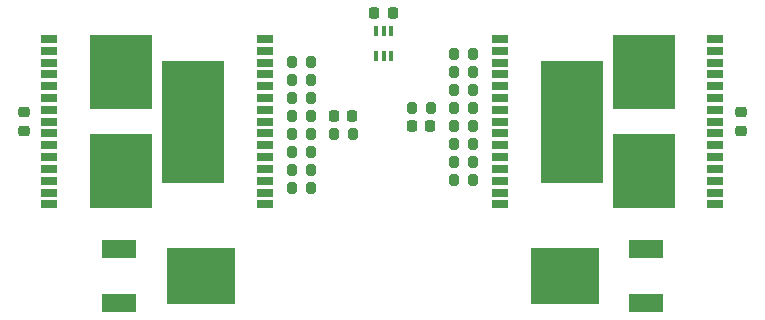
<source format=gtp>
%TF.GenerationSoftware,KiCad,Pcbnew,(6.0.0-0)*%
%TF.CreationDate,2022-03-22T21:28:23+08:00*%
%TF.ProjectId,driver,64726976-6572-42e6-9b69-6361645f7063,rev?*%
%TF.SameCoordinates,Original*%
%TF.FileFunction,Paste,Top*%
%TF.FilePolarity,Positive*%
%FSLAX46Y46*%
G04 Gerber Fmt 4.6, Leading zero omitted, Abs format (unit mm)*
G04 Created by KiCad (PCBNEW (6.0.0-0)) date 2022-03-22 21:28:23*
%MOMM*%
%LPD*%
G01*
G04 APERTURE LIST*
G04 Aperture macros list*
%AMRoundRect*
0 Rectangle with rounded corners*
0 $1 Rounding radius*
0 $2 $3 $4 $5 $6 $7 $8 $9 X,Y pos of 4 corners*
0 Add a 4 corners polygon primitive as box body*
4,1,4,$2,$3,$4,$5,$6,$7,$8,$9,$2,$3,0*
0 Add four circle primitives for the rounded corners*
1,1,$1+$1,$2,$3*
1,1,$1+$1,$4,$5*
1,1,$1+$1,$6,$7*
1,1,$1+$1,$8,$9*
0 Add four rect primitives between the rounded corners*
20,1,$1+$1,$2,$3,$4,$5,0*
20,1,$1+$1,$4,$5,$6,$7,0*
20,1,$1+$1,$6,$7,$8,$9,0*
20,1,$1+$1,$8,$9,$2,$3,0*%
G04 Aperture macros list end*
%ADD10RoundRect,0.200000X0.200000X0.275000X-0.200000X0.275000X-0.200000X-0.275000X0.200000X-0.275000X0*%
%ADD11RoundRect,0.200000X-0.200000X-0.275000X0.200000X-0.275000X0.200000X0.275000X-0.200000X0.275000X0*%
%ADD12RoundRect,0.225000X0.225000X0.250000X-0.225000X0.250000X-0.225000X-0.250000X0.225000X-0.250000X0*%
%ADD13R,1.350000X0.660000*%
%ADD14R,5.250000X10.300000*%
%ADD15R,5.250000X6.230000*%
%ADD16R,2.999740X1.597660*%
%ADD17R,5.715000X4.826000*%
%ADD18R,0.450000X0.850000*%
%ADD19RoundRect,0.225000X-0.250000X0.225000X-0.250000X-0.225000X0.250000X-0.225000X0.250000X0.225000X0*%
%ADD20RoundRect,0.225000X-0.225000X-0.250000X0.225000X-0.250000X0.225000X0.250000X-0.225000X0.250000X0*%
G04 APERTURE END LIST*
D10*
%TO.C,M2R6*%
X169250600Y-101867235D03*
X167600600Y-101867235D03*
%TD*%
D11*
%TO.C,M2R5*%
X167600600Y-100343235D03*
X169250600Y-100343235D03*
%TD*%
D12*
%TO.C,M2C8*%
X165621000Y-104915235D03*
X164071000Y-104915235D03*
%TD*%
D13*
%TO.C,M2U1*%
X171490600Y-97526400D03*
X171490600Y-98526400D03*
X171490600Y-99526400D03*
X171490600Y-100526400D03*
X171490600Y-101526400D03*
X171490600Y-102526400D03*
X171490600Y-103526400D03*
X171490600Y-104526400D03*
X171490600Y-105526400D03*
X171490600Y-106526400D03*
X171490600Y-107526400D03*
X171490600Y-108526400D03*
X171490600Y-109526400D03*
X171490600Y-110526400D03*
X171490600Y-111526400D03*
X189740600Y-111526400D03*
X189740600Y-110526400D03*
X189740600Y-109526400D03*
X189740600Y-108526400D03*
X189740600Y-107526400D03*
X189740600Y-106526400D03*
X189740600Y-105526400D03*
X189740600Y-104526400D03*
X189740600Y-103526400D03*
X189740600Y-102526400D03*
X189740600Y-101526400D03*
X189740600Y-100526400D03*
X189740600Y-99526400D03*
X189740600Y-98526400D03*
X189740600Y-97526400D03*
D14*
X177565600Y-104526400D03*
D15*
X183665600Y-108691400D03*
X183665600Y-100361400D03*
%TD*%
D11*
%TO.C,M2R81*%
X167600600Y-104915235D03*
X169250600Y-104915235D03*
%TD*%
%TO.C,M2R71*%
X167600600Y-103391235D03*
X169250600Y-103391235D03*
%TD*%
D10*
%TO.C,M1R71*%
X155520000Y-105550235D03*
X153870000Y-105550235D03*
%TD*%
%TO.C,M1R81*%
X155520000Y-104026235D03*
X153870000Y-104026235D03*
%TD*%
%TO.C,M1R4*%
X155520000Y-110122235D03*
X153870000Y-110122235D03*
%TD*%
D11*
%TO.C,M1R72*%
X157417000Y-105550235D03*
X159067000Y-105550235D03*
%TD*%
D10*
%TO.C,M2R72*%
X165671000Y-103391235D03*
X164021000Y-103391235D03*
%TD*%
D16*
%TO.C,M2Q1*%
X183880865Y-119875380D03*
X183880865Y-115318620D03*
D17*
X176984765Y-117597000D03*
%TD*%
D18*
%TO.C,U1*%
X161006000Y-98950000D03*
X161656000Y-98950000D03*
X162306000Y-98950000D03*
X162306000Y-96850000D03*
X161656000Y-96850000D03*
X161006000Y-96850000D03*
%TD*%
D13*
%TO.C,M1U1*%
X151596200Y-111526400D03*
X151596200Y-110526400D03*
X151596200Y-109526400D03*
X151596200Y-108526400D03*
X151596200Y-107526400D03*
X151596200Y-106526400D03*
X151596200Y-105526400D03*
X151596200Y-104526400D03*
X151596200Y-103526400D03*
X151596200Y-102526400D03*
X151596200Y-101526400D03*
X151596200Y-100526400D03*
X151596200Y-99526400D03*
X151596200Y-98526400D03*
X151596200Y-97526400D03*
X133346200Y-97526400D03*
X133346200Y-98526400D03*
X133346200Y-99526400D03*
X133346200Y-100526400D03*
X133346200Y-101526400D03*
X133346200Y-102526400D03*
X133346200Y-103526400D03*
X133346200Y-104526400D03*
X133346200Y-105526400D03*
X133346200Y-106526400D03*
X133346200Y-107526400D03*
X133346200Y-108526400D03*
X133346200Y-109526400D03*
X133346200Y-110526400D03*
X133346200Y-111526400D03*
D14*
X145521200Y-104526400D03*
D15*
X139421200Y-100361400D03*
X139421200Y-108691400D03*
%TD*%
D11*
%TO.C,M2R4*%
X167600600Y-98819235D03*
X169250600Y-98819235D03*
%TD*%
%TO.C,M1R6*%
X153870000Y-107074235D03*
X155520000Y-107074235D03*
%TD*%
D19*
%TO.C,M1C3*%
X131196418Y-103741000D03*
X131196418Y-105291000D03*
%TD*%
D12*
%TO.C,MUC1*%
X162431000Y-95360000D03*
X160881000Y-95360000D03*
%TD*%
D10*
%TO.C,M1R10*%
X155520000Y-99454235D03*
X153870000Y-99454235D03*
%TD*%
%TO.C,M1R9*%
X155520000Y-100978235D03*
X153870000Y-100978235D03*
%TD*%
%TO.C,M1R5*%
X155520000Y-108598235D03*
X153870000Y-108598235D03*
%TD*%
D16*
%TO.C,M1Q1*%
X139261553Y-115318620D03*
X139261553Y-119875380D03*
D17*
X146157653Y-117597000D03*
%TD*%
D11*
%TO.C,M1R82*%
X153870000Y-102502235D03*
X155520000Y-102502235D03*
%TD*%
D20*
%TO.C,M1C8*%
X157467000Y-104026235D03*
X159017000Y-104026235D03*
%TD*%
D11*
%TO.C,M2R10*%
X167600600Y-109487235D03*
X169250600Y-109487235D03*
%TD*%
%TO.C,M2R9*%
X167600600Y-107963235D03*
X169250600Y-107963235D03*
%TD*%
D10*
%TO.C,M2R82*%
X169250600Y-106439235D03*
X167600600Y-106439235D03*
%TD*%
D19*
%TO.C,M2C3*%
X191946000Y-103741000D03*
X191946000Y-105291000D03*
%TD*%
M02*

</source>
